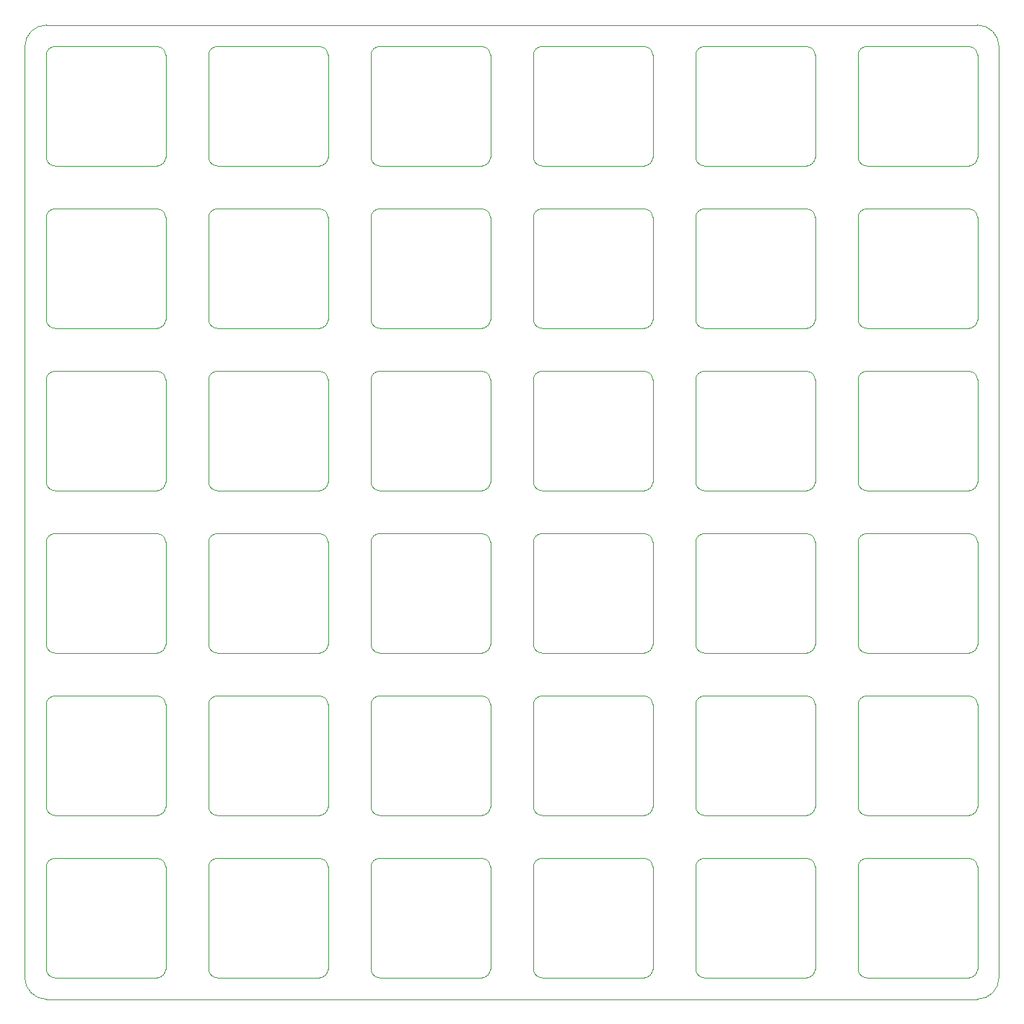
<source format=gm1>
%TF.GenerationSoftware,KiCad,Pcbnew,(6.0.1-0)*%
%TF.CreationDate,2022-02-06T13:55:38+08:00*%
%TF.ProjectId,Plate,506c6174-652e-46b6-9963-61645f706362,rev?*%
%TF.SameCoordinates,Original*%
%TF.FileFunction,Profile,NP*%
%FSLAX46Y46*%
G04 Gerber Fmt 4.6, Leading zero omitted, Abs format (unit mm)*
G04 Created by KiCad (PCBNEW (6.0.1-0)) date 2022-02-06 13:55:38*
%MOMM*%
%LPD*%
G01*
G04 APERTURE LIST*
%TA.AperFunction,Profile*%
%ADD10C,0.100000*%
%TD*%
%TA.AperFunction,Profile*%
%ADD11C,0.120000*%
%TD*%
G04 APERTURE END LIST*
D10*
X22225000Y-133985000D02*
X22225000Y-24765000D01*
X24765000Y-22225000D02*
X133985000Y-22225000D01*
X133985000Y-136525000D02*
X24765000Y-136525000D01*
X24765000Y-22225000D02*
G75*
G03*
X22225000Y-24765000I1J-2540001D01*
G01*
X133985000Y-136525000D02*
G75*
G03*
X136525000Y-133985000I-1J2540001D01*
G01*
X136525000Y-24765000D02*
G75*
G03*
X133985000Y-22225000I-2540001J-1D01*
G01*
X136525000Y-24765000D02*
X136525000Y-133985000D01*
X22225000Y-133985000D02*
G75*
G03*
X24765000Y-136525000I2540001J1D01*
G01*
D11*
%TO.C,REF\u002A\u002A27*%
X95900000Y-113950000D02*
X95900000Y-101950000D01*
X81900000Y-113950000D02*
X81900000Y-101950000D01*
X82900000Y-114950000D02*
X94900000Y-114950000D01*
X82900000Y-100950000D02*
X94900000Y-100950000D01*
X81900000Y-113950000D02*
G75*
G03*
X82900000Y-114950000I999999J-1D01*
G01*
X82900000Y-100950000D02*
G75*
G03*
X81900000Y-101950000I-1J-999999D01*
G01*
X95900000Y-101950000D02*
G75*
G03*
X94900000Y-100950000I-999999J1D01*
G01*
X94900000Y-114950000D02*
G75*
G03*
X95900000Y-113950000I1J999999D01*
G01*
%TO.C,REF\u002A\u002A19*%
X44800000Y-95900000D02*
X56800000Y-95900000D01*
X43800000Y-94900000D02*
X43800000Y-82900000D01*
X44800000Y-81900000D02*
X56800000Y-81900000D01*
X57800000Y-94900000D02*
X57800000Y-82900000D01*
X44800000Y-81900000D02*
G75*
G03*
X43800000Y-82900000I-1J-999999D01*
G01*
X43800000Y-94900000D02*
G75*
G03*
X44800000Y-95900000I999999J-1D01*
G01*
X57800000Y-82900000D02*
G75*
G03*
X56800000Y-81900000I-999999J1D01*
G01*
X56800000Y-95900000D02*
G75*
G03*
X57800000Y-94900000I1J999999D01*
G01*
%TO.C,REF\u002A\u002A10*%
X100950000Y-56800000D02*
X100950000Y-44800000D01*
X114950000Y-56800000D02*
X114950000Y-44800000D01*
X101950000Y-43800000D02*
X113950000Y-43800000D01*
X101950000Y-57800000D02*
X113950000Y-57800000D01*
X114950000Y-44800000D02*
G75*
G03*
X113950000Y-43800000I-999999J1D01*
G01*
X100950000Y-56800000D02*
G75*
G03*
X101950000Y-57800000I999999J-1D01*
G01*
X113950000Y-57800000D02*
G75*
G03*
X114950000Y-56800000I1J999999D01*
G01*
X101950000Y-43800000D02*
G75*
G03*
X100950000Y-44800000I-1J-999999D01*
G01*
%TO.C,REF\u002A\u002A2*%
X63850000Y-24750000D02*
X75850000Y-24750000D01*
X62850000Y-37750000D02*
X62850000Y-25750000D01*
X76850000Y-37750000D02*
X76850000Y-25750000D01*
X63850000Y-38750000D02*
X75850000Y-38750000D01*
X76850000Y-25750000D02*
G75*
G03*
X75850000Y-24750000I-999999J1D01*
G01*
X63850000Y-24750000D02*
G75*
G03*
X62850000Y-25750000I-1J-999999D01*
G01*
X62850000Y-37750000D02*
G75*
G03*
X63850000Y-38750000I999999J-1D01*
G01*
X75850000Y-38750000D02*
G75*
G03*
X76850000Y-37750000I1J999999D01*
G01*
%TO.C,REF\u002A\u002A3*%
X95900000Y-37750000D02*
X95900000Y-25750000D01*
X81900000Y-37750000D02*
X81900000Y-25750000D01*
X82900000Y-38750000D02*
X94900000Y-38750000D01*
X82900000Y-24750000D02*
X94900000Y-24750000D01*
X82900000Y-24750000D02*
G75*
G03*
X81900000Y-25750000I-1J-999999D01*
G01*
X94900000Y-38750000D02*
G75*
G03*
X95900000Y-37750000I1J999999D01*
G01*
X81900000Y-37750000D02*
G75*
G03*
X82900000Y-38750000I999999J-1D01*
G01*
X95900000Y-25750000D02*
G75*
G03*
X94900000Y-24750000I-999999J1D01*
G01*
%TO.C,REF\u002A\u002A13*%
X44800000Y-62850000D02*
X56800000Y-62850000D01*
X44800000Y-76850000D02*
X56800000Y-76850000D01*
X43800000Y-75850000D02*
X43800000Y-63850000D01*
X57800000Y-75850000D02*
X57800000Y-63850000D01*
X57800000Y-63850000D02*
G75*
G03*
X56800000Y-62850000I-999999J1D01*
G01*
X56800000Y-76850000D02*
G75*
G03*
X57800000Y-75850000I1J999999D01*
G01*
X43800000Y-75850000D02*
G75*
G03*
X44800000Y-76850000I999999J-1D01*
G01*
X44800000Y-62850000D02*
G75*
G03*
X43800000Y-63850000I-1J-999999D01*
G01*
%TO.C,REF\u002A\u002A23*%
X134000000Y-94900000D02*
X134000000Y-82900000D01*
X120000000Y-94900000D02*
X120000000Y-82900000D01*
X121000000Y-81900000D02*
X133000000Y-81900000D01*
X121000000Y-95900000D02*
X133000000Y-95900000D01*
X120000000Y-94900000D02*
G75*
G03*
X121000000Y-95900000I999999J-1D01*
G01*
X134000000Y-82900000D02*
G75*
G03*
X133000000Y-81900000I-999999J1D01*
G01*
X133000000Y-95900000D02*
G75*
G03*
X134000000Y-94900000I1J999999D01*
G01*
X121000000Y-81900000D02*
G75*
G03*
X120000000Y-82900000I-1J-999999D01*
G01*
%TO.C,REF\u002A\u002A6*%
X38750000Y-56800000D02*
X38750000Y-44800000D01*
X25750000Y-43800000D02*
X37750000Y-43800000D01*
X24750000Y-56800000D02*
X24750000Y-44800000D01*
X25750000Y-57800000D02*
X37750000Y-57800000D01*
X24750000Y-56800000D02*
G75*
G03*
X25750000Y-57800000I999999J-1D01*
G01*
X38750000Y-44800000D02*
G75*
G03*
X37750000Y-43800000I-999999J1D01*
G01*
X37750000Y-57800000D02*
G75*
G03*
X38750000Y-56800000I1J999999D01*
G01*
X25750000Y-43800000D02*
G75*
G03*
X24750000Y-44800000I-1J-999999D01*
G01*
%TO.C,REF\u002A\u002A35*%
X121000000Y-134000000D02*
X133000000Y-134000000D01*
X121000000Y-120000000D02*
X133000000Y-120000000D01*
X134000000Y-133000000D02*
X134000000Y-121000000D01*
X120000000Y-133000000D02*
X120000000Y-121000000D01*
X134000000Y-121000000D02*
G75*
G03*
X133000000Y-120000000I-999999J1D01*
G01*
X121000000Y-120000000D02*
G75*
G03*
X120000000Y-121000000I-1J-999999D01*
G01*
X133000000Y-134000000D02*
G75*
G03*
X134000000Y-133000000I1J999999D01*
G01*
X120000000Y-133000000D02*
G75*
G03*
X121000000Y-134000000I999999J-1D01*
G01*
%TO.C,REF\u002A\u002A26*%
X63850000Y-100950000D02*
X75850000Y-100950000D01*
X63850000Y-114950000D02*
X75850000Y-114950000D01*
X62850000Y-113950000D02*
X62850000Y-101950000D01*
X76850000Y-113950000D02*
X76850000Y-101950000D01*
X62850000Y-113950000D02*
G75*
G03*
X63850000Y-114950000I999999J-1D01*
G01*
X75850000Y-114950000D02*
G75*
G03*
X76850000Y-113950000I1J999999D01*
G01*
X76850000Y-101950000D02*
G75*
G03*
X75850000Y-100950000I-999999J1D01*
G01*
X63850000Y-100950000D02*
G75*
G03*
X62850000Y-101950000I-1J-999999D01*
G01*
%TO.C,REF\u002A\u002A22*%
X101950000Y-95900000D02*
X113950000Y-95900000D01*
X114950000Y-94900000D02*
X114950000Y-82900000D01*
X101950000Y-81900000D02*
X113950000Y-81900000D01*
X100950000Y-94900000D02*
X100950000Y-82900000D01*
X113950000Y-95900000D02*
G75*
G03*
X114950000Y-94900000I1J999999D01*
G01*
X114950000Y-82900000D02*
G75*
G03*
X113950000Y-81900000I-999999J1D01*
G01*
X100950000Y-94900000D02*
G75*
G03*
X101950000Y-95900000I999999J-1D01*
G01*
X101950000Y-81900000D02*
G75*
G03*
X100950000Y-82900000I-1J-999999D01*
G01*
%TO.C,REF\u002A\u002A31*%
X57800000Y-133000000D02*
X57800000Y-121000000D01*
X44800000Y-120000000D02*
X56800000Y-120000000D01*
X44800000Y-134000000D02*
X56800000Y-134000000D01*
X43800000Y-133000000D02*
X43800000Y-121000000D01*
X56800000Y-134000000D02*
G75*
G03*
X57800000Y-133000000I1J999999D01*
G01*
X44800000Y-120000000D02*
G75*
G03*
X43800000Y-121000000I-1J-999999D01*
G01*
X43800000Y-133000000D02*
G75*
G03*
X44800000Y-134000000I999999J-1D01*
G01*
X57800000Y-121000000D02*
G75*
G03*
X56800000Y-120000000I-999999J1D01*
G01*
%TO.C,REF\u002A\u002A17*%
X120000000Y-75850000D02*
X120000000Y-63850000D01*
X121000000Y-62850000D02*
X133000000Y-62850000D01*
X121000000Y-76850000D02*
X133000000Y-76850000D01*
X134000000Y-75850000D02*
X134000000Y-63850000D01*
X133000000Y-76850000D02*
G75*
G03*
X134000000Y-75850000I1J999999D01*
G01*
X134000000Y-63850000D02*
G75*
G03*
X133000000Y-62850000I-999999J1D01*
G01*
X121000000Y-62850000D02*
G75*
G03*
X120000000Y-63850000I-1J-999999D01*
G01*
X120000000Y-75850000D02*
G75*
G03*
X121000000Y-76850000I999999J-1D01*
G01*
%TO.C,REF\u002A\u002A28*%
X114950000Y-113950000D02*
X114950000Y-101950000D01*
X100950000Y-113950000D02*
X100950000Y-101950000D01*
X101950000Y-100950000D02*
X113950000Y-100950000D01*
X101950000Y-114950000D02*
X113950000Y-114950000D01*
X114950000Y-101950000D02*
G75*
G03*
X113950000Y-100950000I-999999J1D01*
G01*
X113950000Y-114950000D02*
G75*
G03*
X114950000Y-113950000I1J999999D01*
G01*
X101950000Y-100950000D02*
G75*
G03*
X100950000Y-101950000I-1J-999999D01*
G01*
X100950000Y-113950000D02*
G75*
G03*
X101950000Y-114950000I999999J-1D01*
G01*
%TO.C,REF\u002A\u002A8*%
X63850000Y-43800000D02*
X75850000Y-43800000D01*
X76850000Y-56800000D02*
X76850000Y-44800000D01*
X63850000Y-57800000D02*
X75850000Y-57800000D01*
X62850000Y-56800000D02*
X62850000Y-44800000D01*
X75850000Y-57800000D02*
G75*
G03*
X76850000Y-56800000I1J999999D01*
G01*
X62850000Y-56800000D02*
G75*
G03*
X63850000Y-57800000I999999J-1D01*
G01*
X76850000Y-44800000D02*
G75*
G03*
X75850000Y-43800000I-999999J1D01*
G01*
X63850000Y-43800000D02*
G75*
G03*
X62850000Y-44800000I-1J-999999D01*
G01*
%TO.C,REF\u002A\u002A4*%
X114950000Y-37750000D02*
X114950000Y-25750000D01*
X101950000Y-24750000D02*
X113950000Y-24750000D01*
X100950000Y-37750000D02*
X100950000Y-25750000D01*
X101950000Y-38750000D02*
X113950000Y-38750000D01*
X100950000Y-37750000D02*
G75*
G03*
X101950000Y-38750000I999999J-1D01*
G01*
X101950000Y-24750000D02*
G75*
G03*
X100950000Y-25750000I-1J-999999D01*
G01*
X113950000Y-38750000D02*
G75*
G03*
X114950000Y-37750000I1J999999D01*
G01*
X114950000Y-25750000D02*
G75*
G03*
X113950000Y-24750000I-999999J1D01*
G01*
%TO.C,REF\u002A\u002A20*%
X63850000Y-95900000D02*
X75850000Y-95900000D01*
X63850000Y-81900000D02*
X75850000Y-81900000D01*
X62850000Y-94900000D02*
X62850000Y-82900000D01*
X76850000Y-94900000D02*
X76850000Y-82900000D01*
X75850000Y-95900000D02*
G75*
G03*
X76850000Y-94900000I1J999999D01*
G01*
X76850000Y-82900000D02*
G75*
G03*
X75850000Y-81900000I-999999J1D01*
G01*
X63850000Y-81900000D02*
G75*
G03*
X62850000Y-82900000I-1J-999999D01*
G01*
X62850000Y-94900000D02*
G75*
G03*
X63850000Y-95900000I999999J-1D01*
G01*
%TO.C,REF\u002A\u002A33*%
X95900000Y-133000000D02*
X95900000Y-121000000D01*
X81900000Y-133000000D02*
X81900000Y-121000000D01*
X82900000Y-134000000D02*
X94900000Y-134000000D01*
X82900000Y-120000000D02*
X94900000Y-120000000D01*
X95900000Y-121000000D02*
G75*
G03*
X94900000Y-120000000I-999999J1D01*
G01*
X81900000Y-133000000D02*
G75*
G03*
X82900000Y-134000000I999999J-1D01*
G01*
X82900000Y-120000000D02*
G75*
G03*
X81900000Y-121000000I-1J-999999D01*
G01*
X94900000Y-134000000D02*
G75*
G03*
X95900000Y-133000000I1J999999D01*
G01*
%TO.C,REF\u002A\u002A32*%
X62850000Y-133000000D02*
X62850000Y-121000000D01*
X63850000Y-120000000D02*
X75850000Y-120000000D01*
X76850000Y-133000000D02*
X76850000Y-121000000D01*
X63850000Y-134000000D02*
X75850000Y-134000000D01*
X75850000Y-134000000D02*
G75*
G03*
X76850000Y-133000000I1J999999D01*
G01*
X63850000Y-120000000D02*
G75*
G03*
X62850000Y-121000000I-1J-999999D01*
G01*
X62850000Y-133000000D02*
G75*
G03*
X63850000Y-134000000I999999J-1D01*
G01*
X76850000Y-121000000D02*
G75*
G03*
X75850000Y-120000000I-999999J1D01*
G01*
%TO.C,REF\u002A\u002A29*%
X134000000Y-113950000D02*
X134000000Y-101950000D01*
X121000000Y-100950000D02*
X133000000Y-100950000D01*
X121000000Y-114950000D02*
X133000000Y-114950000D01*
X120000000Y-113950000D02*
X120000000Y-101950000D01*
X120000000Y-113950000D02*
G75*
G03*
X121000000Y-114950000I999999J-1D01*
G01*
X121000000Y-100950000D02*
G75*
G03*
X120000000Y-101950000I-1J-999999D01*
G01*
X134000000Y-101950000D02*
G75*
G03*
X133000000Y-100950000I-999999J1D01*
G01*
X133000000Y-114950000D02*
G75*
G03*
X134000000Y-113950000I1J999999D01*
G01*
%TO.C,REF\u002A\u002A34*%
X114950000Y-133000000D02*
X114950000Y-121000000D01*
X100950000Y-133000000D02*
X100950000Y-121000000D01*
X101950000Y-120000000D02*
X113950000Y-120000000D01*
X101950000Y-134000000D02*
X113950000Y-134000000D01*
X101950000Y-120000000D02*
G75*
G03*
X100950000Y-121000000I-1J-999999D01*
G01*
X100950000Y-133000000D02*
G75*
G03*
X101950000Y-134000000I999999J-1D01*
G01*
X114950000Y-121000000D02*
G75*
G03*
X113950000Y-120000000I-999999J1D01*
G01*
X113950000Y-134000000D02*
G75*
G03*
X114950000Y-133000000I1J999999D01*
G01*
%TO.C,REF\u002A\u002A5*%
X134000000Y-37750000D02*
X134000000Y-25750000D01*
X121000000Y-24750000D02*
X133000000Y-24750000D01*
X120000000Y-37750000D02*
X120000000Y-25750000D01*
X121000000Y-38750000D02*
X133000000Y-38750000D01*
X121000000Y-24750000D02*
G75*
G03*
X120000000Y-25750000I-1J-999999D01*
G01*
X134000000Y-25750000D02*
G75*
G03*
X133000000Y-24750000I-999999J1D01*
G01*
X133000000Y-38750000D02*
G75*
G03*
X134000000Y-37750000I1J999999D01*
G01*
X120000000Y-37750000D02*
G75*
G03*
X121000000Y-38750000I999999J-1D01*
G01*
%TO.C,REF\u002A\u002A30*%
X25750000Y-134000000D02*
X37750000Y-134000000D01*
X25750000Y-120000000D02*
X37750000Y-120000000D01*
X38750000Y-133000000D02*
X38750000Y-121000000D01*
X24750000Y-133000000D02*
X24750000Y-121000000D01*
X37750000Y-134000000D02*
G75*
G03*
X38750000Y-133000000I1J999999D01*
G01*
X24750000Y-133000000D02*
G75*
G03*
X25750000Y-134000000I999999J-1D01*
G01*
X38750000Y-121000000D02*
G75*
G03*
X37750000Y-120000000I-999999J1D01*
G01*
X25750000Y-120000000D02*
G75*
G03*
X24750000Y-121000000I-1J-999999D01*
G01*
%TO.C,REF\u002A\u002A16*%
X101950000Y-62850000D02*
X113950000Y-62850000D01*
X114950000Y-75850000D02*
X114950000Y-63850000D01*
X100950000Y-75850000D02*
X100950000Y-63850000D01*
X101950000Y-76850000D02*
X113950000Y-76850000D01*
X114950000Y-63850000D02*
G75*
G03*
X113950000Y-62850000I-999999J1D01*
G01*
X101950000Y-62850000D02*
G75*
G03*
X100950000Y-63850000I-1J-999999D01*
G01*
X113950000Y-76850000D02*
G75*
G03*
X114950000Y-75850000I1J999999D01*
G01*
X100950000Y-75850000D02*
G75*
G03*
X101950000Y-76850000I999999J-1D01*
G01*
%TO.C,REF\u002A\u002A12*%
X24750000Y-75850000D02*
X24750000Y-63850000D01*
X25750000Y-76850000D02*
X37750000Y-76850000D01*
X25750000Y-62850000D02*
X37750000Y-62850000D01*
X38750000Y-75850000D02*
X38750000Y-63850000D01*
X38750000Y-63850000D02*
G75*
G03*
X37750000Y-62850000I-999999J1D01*
G01*
X25750000Y-62850000D02*
G75*
G03*
X24750000Y-63850000I-1J-999999D01*
G01*
X37750000Y-76850000D02*
G75*
G03*
X38750000Y-75850000I1J999999D01*
G01*
X24750000Y-75850000D02*
G75*
G03*
X25750000Y-76850000I999999J-1D01*
G01*
%TO.C,REF\u002A\u002A15*%
X82900000Y-76850000D02*
X94900000Y-76850000D01*
X82900000Y-62850000D02*
X94900000Y-62850000D01*
X95900000Y-75850000D02*
X95900000Y-63850000D01*
X81900000Y-75850000D02*
X81900000Y-63850000D01*
X95900000Y-63850000D02*
G75*
G03*
X94900000Y-62850000I-999999J1D01*
G01*
X82900000Y-62850000D02*
G75*
G03*
X81900000Y-63850000I-1J-999999D01*
G01*
X94900000Y-76850000D02*
G75*
G03*
X95900000Y-75850000I1J999999D01*
G01*
X81900000Y-75850000D02*
G75*
G03*
X82900000Y-76850000I999999J-1D01*
G01*
%TO.C,REF\u002A\u002A11*%
X121000000Y-57800000D02*
X133000000Y-57800000D01*
X120000000Y-56800000D02*
X120000000Y-44800000D01*
X121000000Y-43800000D02*
X133000000Y-43800000D01*
X134000000Y-56800000D02*
X134000000Y-44800000D01*
X121000000Y-43800000D02*
G75*
G03*
X120000000Y-44800000I-1J-999999D01*
G01*
X133000000Y-57800000D02*
G75*
G03*
X134000000Y-56800000I1J999999D01*
G01*
X120000000Y-56800000D02*
G75*
G03*
X121000000Y-57800000I999999J-1D01*
G01*
X134000000Y-44800000D02*
G75*
G03*
X133000000Y-43800000I-999999J1D01*
G01*
%TO.C,REF\u002A\u002A14*%
X62850000Y-75850000D02*
X62850000Y-63850000D01*
X76850000Y-75850000D02*
X76850000Y-63850000D01*
X63850000Y-76850000D02*
X75850000Y-76850000D01*
X63850000Y-62850000D02*
X75850000Y-62850000D01*
X63850000Y-62850000D02*
G75*
G03*
X62850000Y-63850000I-1J-999999D01*
G01*
X62850000Y-75850000D02*
G75*
G03*
X63850000Y-76850000I999999J-1D01*
G01*
X76850000Y-63850000D02*
G75*
G03*
X75850000Y-62850000I-999999J1D01*
G01*
X75850000Y-76850000D02*
G75*
G03*
X76850000Y-75850000I1J999999D01*
G01*
%TO.C,REF\u002A\u002A7*%
X43800000Y-56800000D02*
X43800000Y-44800000D01*
X44800000Y-43800000D02*
X56800000Y-43800000D01*
X44800000Y-57800000D02*
X56800000Y-57800000D01*
X57800000Y-56800000D02*
X57800000Y-44800000D01*
X57800000Y-44800000D02*
G75*
G03*
X56800000Y-43800000I-999999J1D01*
G01*
X56800000Y-57800000D02*
G75*
G03*
X57800000Y-56800000I1J999999D01*
G01*
X43800000Y-56800000D02*
G75*
G03*
X44800000Y-57800000I999999J-1D01*
G01*
X44800000Y-43800000D02*
G75*
G03*
X43800000Y-44800000I-1J-999999D01*
G01*
%TO.C,REF\u002A\u002A21*%
X82900000Y-81900000D02*
X94900000Y-81900000D01*
X81900000Y-94900000D02*
X81900000Y-82900000D01*
X82900000Y-95900000D02*
X94900000Y-95900000D01*
X95900000Y-94900000D02*
X95900000Y-82900000D01*
X94900000Y-95900000D02*
G75*
G03*
X95900000Y-94900000I1J999999D01*
G01*
X95900000Y-82900000D02*
G75*
G03*
X94900000Y-81900000I-999999J1D01*
G01*
X82900000Y-81900000D02*
G75*
G03*
X81900000Y-82900000I-1J-999999D01*
G01*
X81900000Y-94900000D02*
G75*
G03*
X82900000Y-95900000I999999J-1D01*
G01*
%TO.C,REF\u002A\u002A9*%
X82900000Y-43800000D02*
X94900000Y-43800000D01*
X82900000Y-57800000D02*
X94900000Y-57800000D01*
X95900000Y-56800000D02*
X95900000Y-44800000D01*
X81900000Y-56800000D02*
X81900000Y-44800000D01*
X94900000Y-57800000D02*
G75*
G03*
X95900000Y-56800000I1J999999D01*
G01*
X95900000Y-44800000D02*
G75*
G03*
X94900000Y-43800000I-999999J1D01*
G01*
X81900000Y-56800000D02*
G75*
G03*
X82900000Y-57800000I999999J-1D01*
G01*
X82900000Y-43800000D02*
G75*
G03*
X81900000Y-44800000I-1J-999999D01*
G01*
%TO.C,REF\u002A\u002A1*%
X57800000Y-37750000D02*
X57800000Y-25750000D01*
X44800000Y-38750000D02*
X56800000Y-38750000D01*
X43800000Y-37750000D02*
X43800000Y-25750000D01*
X44800000Y-24750000D02*
X56800000Y-24750000D01*
X56800000Y-38750000D02*
G75*
G03*
X57800000Y-37750000I1J999999D01*
G01*
X43800000Y-37750000D02*
G75*
G03*
X44800000Y-38750000I999999J-1D01*
G01*
X57800000Y-25750000D02*
G75*
G03*
X56800000Y-24750000I-999999J1D01*
G01*
X44800000Y-24750000D02*
G75*
G03*
X43800000Y-25750000I-1J-999999D01*
G01*
%TO.C,REF\u002A\u002A*%
X24750000Y-37750000D02*
X24750000Y-25750000D01*
X25750000Y-24750000D02*
X37750000Y-24750000D01*
X25750000Y-38750000D02*
X37750000Y-38750000D01*
X38750000Y-37750000D02*
X38750000Y-25750000D01*
X37750000Y-38750000D02*
G75*
G03*
X38750000Y-37750000I1J999999D01*
G01*
X24750000Y-37750000D02*
G75*
G03*
X25750000Y-38750000I999999J-1D01*
G01*
X25750000Y-24750000D02*
G75*
G03*
X24750000Y-25750000I-1J-999999D01*
G01*
X38750000Y-25750000D02*
G75*
G03*
X37750000Y-24750000I-999999J1D01*
G01*
%TO.C,REF\u002A\u002A18*%
X25750000Y-95900000D02*
X37750000Y-95900000D01*
X24750000Y-94900000D02*
X24750000Y-82900000D01*
X25750000Y-81900000D02*
X37750000Y-81900000D01*
X38750000Y-94900000D02*
X38750000Y-82900000D01*
X24750000Y-94900000D02*
G75*
G03*
X25750000Y-95900000I999999J-1D01*
G01*
X37750000Y-95900000D02*
G75*
G03*
X38750000Y-94900000I1J999999D01*
G01*
X25750000Y-81900000D02*
G75*
G03*
X24750000Y-82900000I-1J-999999D01*
G01*
X38750000Y-82900000D02*
G75*
G03*
X37750000Y-81900000I-999999J1D01*
G01*
%TO.C,REF\u002A\u002A24*%
X25750000Y-114950000D02*
X37750000Y-114950000D01*
X24750000Y-113950000D02*
X24750000Y-101950000D01*
X38750000Y-113950000D02*
X38750000Y-101950000D01*
X25750000Y-100950000D02*
X37750000Y-100950000D01*
X37750000Y-114950000D02*
G75*
G03*
X38750000Y-113950000I1J999999D01*
G01*
X25750000Y-100950000D02*
G75*
G03*
X24750000Y-101950000I-1J-999999D01*
G01*
X38750000Y-101950000D02*
G75*
G03*
X37750000Y-100950000I-999999J1D01*
G01*
X24750000Y-113950000D02*
G75*
G03*
X25750000Y-114950000I999999J-1D01*
G01*
%TO.C,REF\u002A\u002A25*%
X43800000Y-113950000D02*
X43800000Y-101950000D01*
X44800000Y-100950000D02*
X56800000Y-100950000D01*
X44800000Y-114950000D02*
X56800000Y-114950000D01*
X57800000Y-113950000D02*
X57800000Y-101950000D01*
X44800000Y-100950000D02*
G75*
G03*
X43800000Y-101950000I-1J-999999D01*
G01*
X43800000Y-113950000D02*
G75*
G03*
X44800000Y-114950000I999999J-1D01*
G01*
X56800000Y-114950000D02*
G75*
G03*
X57800000Y-113950000I1J999999D01*
G01*
X57800000Y-101950000D02*
G75*
G03*
X56800000Y-100950000I-999999J1D01*
G01*
%TD*%
M02*

</source>
